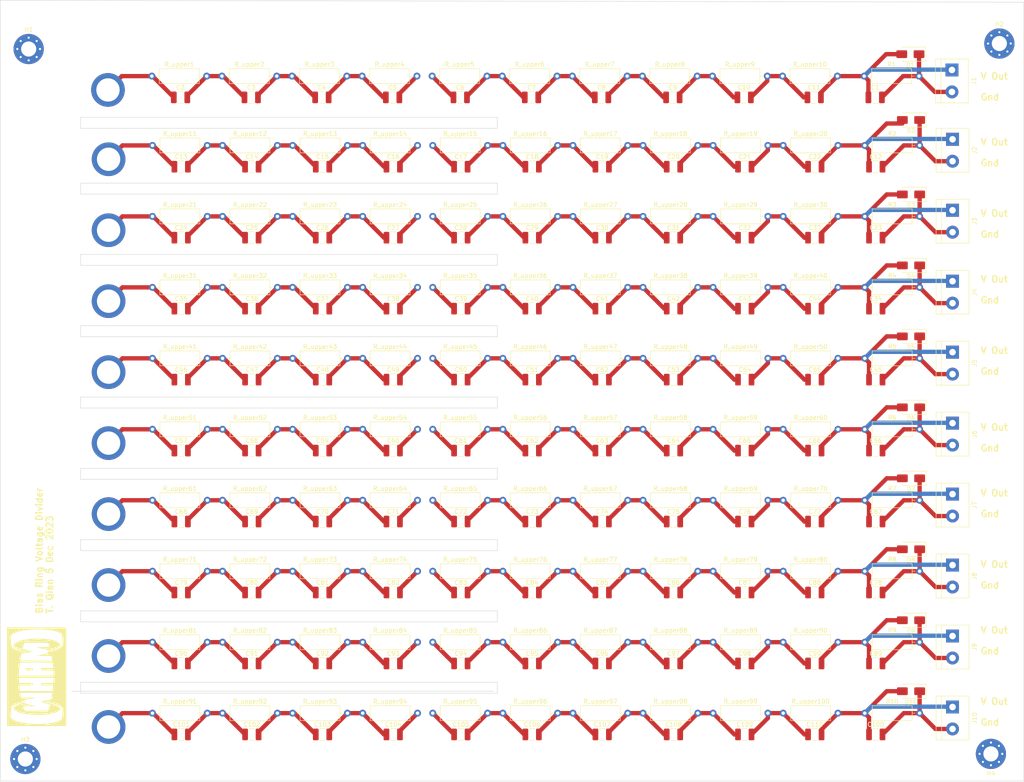
<source format=kicad_pcb>
(kicad_pcb (version 20221018) (generator pcbnew)

  (general
    (thickness 1.6)
  )

  (paper "A2")
  (layers
    (0 "F.Cu" signal)
    (31 "B.Cu" signal)
    (32 "B.Adhes" user "B.Adhesive")
    (33 "F.Adhes" user "F.Adhesive")
    (34 "B.Paste" user)
    (35 "F.Paste" user)
    (36 "B.SilkS" user "B.Silkscreen")
    (37 "F.SilkS" user "F.Silkscreen")
    (38 "B.Mask" user)
    (39 "F.Mask" user)
    (40 "Dwgs.User" user "User.Drawings")
    (41 "Cmts.User" user "User.Comments")
    (42 "Eco1.User" user "User.Eco1")
    (43 "Eco2.User" user "User.Eco2")
    (44 "Edge.Cuts" user)
    (45 "Margin" user)
    (46 "B.CrtYd" user "B.Courtyard")
    (47 "F.CrtYd" user "F.Courtyard")
    (48 "B.Fab" user)
    (49 "F.Fab" user)
    (50 "User.1" user)
    (51 "User.2" user)
    (52 "User.3" user)
    (53 "User.4" user)
    (54 "User.5" user)
    (55 "User.6" user)
    (56 "User.7" user)
    (57 "User.8" user)
    (58 "User.9" user)
  )

  (setup
    (pad_to_mask_clearance 0)
    (pcbplotparams
      (layerselection 0x00010fc_ffffffff)
      (plot_on_all_layers_selection 0x0000000_00000000)
      (disableapertmacros false)
      (usegerberextensions false)
      (usegerberattributes true)
      (usegerberadvancedattributes true)
      (creategerberjobfile true)
      (dashed_line_dash_ratio 12.000000)
      (dashed_line_gap_ratio 3.000000)
      (svgprecision 4)
      (plotframeref false)
      (viasonmask false)
      (mode 1)
      (useauxorigin false)
      (hpglpennumber 1)
      (hpglpenspeed 20)
      (hpglpendiameter 15.000000)
      (dxfpolygonmode true)
      (dxfimperialunits true)
      (dxfusepcbnewfont true)
      (psnegative false)
      (psa4output false)
      (plotreference true)
      (plotvalue true)
      (plotinvisibletext false)
      (sketchpadsonfab false)
      (subtractmaskfromsilk false)
      (outputformat 1)
      (mirror false)
      (drillshape 1)
      (scaleselection 1)
      (outputdirectory "")
    )
  )

  (net 0 "")
  (net 1 "V_out")
  (net 2 "Earth")
  (net 3 "V_in")
  (net 4 "Net-(C13-Pad2)")
  (net 5 "Net-(C14-Pad2)")
  (net 6 "Net-(C15-Pad2)")
  (net 7 "Net-(C16-Pad2)")
  (net 8 "Net-(C17-Pad2)")
  (net 9 "Net-(C18-Pad2)")
  (net 10 "Net-(C19-Pad2)")
  (net 11 "Net-(C20-Pad2)")
  (net 12 "Net-(C21-Pad2)")
  (net 13 "Net-(C24-Pad2)")
  (net 14 "Net-(C25-Pad2)")
  (net 15 "Net-(C26-Pad2)")
  (net 16 "Net-(C27-Pad2)")
  (net 17 "Net-(C28-Pad2)")
  (net 18 "Net-(C29-Pad2)")
  (net 19 "Net-(C30-Pad2)")
  (net 20 "Net-(C31-Pad2)")
  (net 21 "Net-(C32-Pad2)")
  (net 22 "Net-(C35-Pad2)")
  (net 23 "Net-(C36-Pad2)")
  (net 24 "Net-(C37-Pad2)")
  (net 25 "Net-(C38-Pad2)")
  (net 26 "Net-(C39-Pad2)")
  (net 27 "Net-(C40-Pad2)")
  (net 28 "Net-(C41-Pad2)")
  (net 29 "Net-(C42-Pad2)")
  (net 30 "Net-(C43-Pad2)")
  (net 31 "Net-(C46-Pad2)")
  (net 32 "Net-(C47-Pad2)")
  (net 33 "Net-(C48-Pad2)")
  (net 34 "Net-(C49-Pad2)")
  (net 35 "Net-(C50-Pad2)")
  (net 36 "Net-(C51-Pad2)")
  (net 37 "Net-(C52-Pad2)")
  (net 38 "Net-(C53-Pad2)")
  (net 39 "Net-(C54-Pad2)")
  (net 40 "Net-(C57-Pad2)")
  (net 41 "Net-(C58-Pad2)")
  (net 42 "Net-(C59-Pad2)")
  (net 43 "Net-(C60-Pad2)")
  (net 44 "Net-(C61-Pad2)")
  (net 45 "Net-(C62-Pad2)")
  (net 46 "Net-(C63-Pad2)")
  (net 47 "Net-(C64-Pad2)")
  (net 48 "Net-(C65-Pad2)")
  (net 49 "Net-(C68-Pad2)")
  (net 50 "Net-(C69-Pad2)")
  (net 51 "Net-(C70-Pad2)")
  (net 52 "Net-(C71-Pad2)")
  (net 53 "Net-(C72-Pad2)")
  (net 54 "Net-(C73-Pad2)")
  (net 55 "Net-(C74-Pad2)")
  (net 56 "Net-(C75-Pad2)")
  (net 57 "Net-(C76-Pad2)")
  (net 58 "Net-(C79-Pad2)")
  (net 59 "Net-(C80-Pad2)")
  (net 60 "Net-(C81-Pad2)")
  (net 61 "Net-(C82-Pad2)")
  (net 62 "Net-(C83-Pad2)")
  (net 63 "Net-(C84-Pad2)")
  (net 64 "Net-(C85-Pad2)")
  (net 65 "Net-(C86-Pad2)")
  (net 66 "Net-(C87-Pad2)")
  (net 67 "Net-(C90-Pad2)")
  (net 68 "Net-(C91-Pad2)")
  (net 69 "Net-(C92-Pad2)")
  (net 70 "Net-(C93-Pad2)")
  (net 71 "Net-(C94-Pad2)")
  (net 72 "Net-(C95-Pad2)")
  (net 73 "Net-(C96-Pad2)")
  (net 74 "Net-(C97-Pad2)")
  (net 75 "Net-(C98-Pad2)")
  (net 76 "Net-(C101-Pad2)")
  (net 77 "Net-(C102-Pad2)")
  (net 78 "Net-(C103-Pad2)")
  (net 79 "Net-(C104-Pad2)")
  (net 80 "Net-(C105-Pad2)")
  (net 81 "Net-(C106-Pad2)")
  (net 82 "Net-(C107-Pad2)")
  (net 83 "Net-(C108-Pad2)")
  (net 84 "Net-(C109-Pad2)")
  (net 85 "Net-(C2-Pad2)")
  (net 86 "Net-(C3-Pad2)")
  (net 87 "Net-(C4-Pad2)")
  (net 88 "Net-(C5-Pad2)")
  (net 89 "Net-(C6-Pad2)")
  (net 90 "Net-(C7-Pad2)")
  (net 91 "Net-(C8-Pad2)")
  (net 92 "Net-(C10-Pad1)")
  (net 93 "Net-(C10-Pad2)")

  (footprint "Capacitor_SMD:C_1210_3225Metric_Pad1.33x2.70mm_HandSolder" (layer "F.Cu") (at 147.753615 62.23))

  (footprint "Resistor_THT:R_Axial_DIN0309_L9.0mm_D3.2mm_P12.70mm_Horizontal" (layer "F.Cu") (at 124.742223 188.773328))

  (footprint "Resistor_THT:R_Axial_DIN0309_L9.0mm_D3.2mm_P12.70mm_Horizontal" (layer "F.Cu") (at 157.197777 139.471664))

  (footprint "MountingHole:My_Mount_Pad" (layer "F.Cu") (at 49.671115 159.106664))

  (footprint "Capacitor_SMD:C_1210_3225Metric_Pad1.33x2.70mm_HandSolder" (layer "F.Cu") (at 147.753615 78.663888))

  (footprint "Resistor_THT:R_Axial_DIN0309_L9.0mm_D3.2mm_P12.70mm_Horizontal" (layer "F.Cu") (at 59.831115 139.471664))

  (footprint "TerminalBlock:TerminalBlock_bornier-2_P5.08mm" (layer "F.Cu") (at 245.11 138.04944 -90))

  (footprint "Capacitor_SMD:C_1210_3225Metric_Pad1.33x2.70mm_HandSolder" (layer "F.Cu") (at 213.208615 95.097776))

  (footprint "MountingHole:My_Mount_Pad" (layer "F.Cu") (at 49.671115 191.97444))

  (footprint "Capacitor_SMD:C_1210_3225Metric_Pad1.33x2.70mm_HandSolder" (layer "F.Cu") (at 66.473615 111.531664))

  (footprint "Capacitor_SMD:C_1210_3225Metric_Pad1.33x2.70mm_HandSolder" (layer "F.Cu") (at 227.33 111.531664))

  (footprint "Capacitor_SMD:C_1210_3225Metric_Pad1.33x2.70mm_HandSolder" (layer "F.Cu") (at 131.243615 144.39944))

  (footprint "Capacitor_SMD:C_1210_3225Metric_Pad1.33x2.70mm_HandSolder" (layer "F.Cu") (at 82.842503 127.965552))

  (footprint "Resistor_THT:R_Axial_DIN0309_L9.0mm_D3.2mm_P12.70mm_Horizontal" (layer "F.Cu") (at 189.653331 73.736112))

  (footprint "Capacitor_SMD:C_1210_3225Metric_Pad1.33x2.70mm_HandSolder" (layer "F.Cu") (at 66.473615 62.23))

  (footprint "Capacitor_SMD:C_1210_3225Metric_Pad1.33x2.70mm_HandSolder" (layer "F.Cu") (at 227.33 144.39944))

  (footprint "MountingHole:My_Mount_Pad" (layer "F.Cu") (at 49.671115 142.672776))

  (footprint "TerminalBlock:TerminalBlock_bornier-2_P5.08mm" (layer "F.Cu") (at 245.11 55.88 -90))

  (footprint "Resistor_THT:R_Axial_DIN0309_L9.0mm_D3.2mm_P12.70mm_Horizontal" (layer "F.Cu") (at 224.79 90.17))

  (footprint "Resistor_THT:R_Axial_DIN0309_L9.0mm_D3.2mm_P12.70mm_Horizontal" (layer "F.Cu") (at 157.197777 123.037776))

  (footprint "Resistor_THT:R_Axial_DIN0309_L9.0mm_D3.2mm_P12.70mm_Horizontal" (layer "F.Cu") (at 76.058892 139.471664))

  (footprint "Capacitor_SMD:C_1210_3225Metric_Pad1.33x2.70mm_HandSolder" (layer "F.Cu") (at 196.85 46.176664))

  (footprint "Capacitor_SMD:C_1210_3225Metric_Pad1.33x2.70mm_HandSolder" (layer "F.Cu") (at 196.991115 95.097776))

  (footprint "Capacitor_SMD:C_1210_3225Metric_Pad1.33x2.70mm_HandSolder" (layer "F.Cu") (at 99.211391 95.097776))

  (footprint "Resistor_THT:R_Axial_DIN0309_L9.0mm_D3.2mm_P12.70mm_Horizontal" (layer "F.Cu") (at 189.653331 57.302224))

  (footprint "Capacitor_SMD:C_1210_3225Metric_Pad1.33x2.70mm_HandSolder" (layer "F.Cu") (at 213.208615 144.39944))

  (footprint "Resistor_THT:R_Axial_DIN0309_L9.0mm_D3.2mm_P12.70mm_Horizontal" (layer "F.Cu") (at 189.653331 172.33944))

  (footprint "Resistor_THT:R_Axial_DIN0309_L9.0mm_D3.2mm_P12.70mm_Horizontal" (layer "F.Cu") (at 92.286669 106.603888))

  (footprint "Resistor_THT:R_Axial_DIN0309_L9.0mm_D3.2mm_P12.70mm_Horizontal" (layer "F.Cu") (at 157.197777 172.33944))

  (footprint "Capacitor_SMD:C_1210_3225Metric_Pad1.33x2.70mm_HandSolder" (layer "F.Cu") (at 163.971115 78.663888))

  (footprint "Capacitor_SMD:C_1210_3225Metric_Pad1.33x2.70mm_HandSolder" (layer "F.Cu") (at 196.991115 177.267216))

  (footprint "Capacitor_SMD:C_1210_3225Metric_Pad1.33x2.70mm_HandSolder" (layer "F.Cu") (at 99.211391 193.701104))

  (footprint "MountingHole:My_Mount_Pad" (layer "F.Cu") (at 49.671115 175.540552))

  (footprint "MountingHole:MountingHole_3.5mm_Pad_Via" (layer "F.Cu") (at 255.953845 33.703845))

  (footprint "Resistor_THT:R_Axial_DIN0309_L9.0mm_D3.2mm_P12.70mm_Horizontal" (layer "F.Cu") (at 140.97 188.773328))

  (footprint "Capacitor_SMD:C_1210_3225Metric_Pad1.33x2.70mm_HandSolder" (layer "F.Cu") (at 163.971115 144.39944))

  (footprint "Capacitor_SMD:C_1210_3225Metric_Pad1.33x2.70mm_HandSolder" (layer "F.Cu") (at 147.753615 127.965552))

  (footprint "Capacitor_SMD:C_1210_3225Metric_Pad1.33x2.70mm_HandSolder" (layer "F.Cu") (at 163.971115 127.965552))

  (footprint "Resistor_THT:R_Axial_DIN0309_L9.0mm_D3.2mm_P12.70mm_Horizontal" (layer "F.Cu") (at 108.514446 155.905552))

  (footprint "Capacitor_SMD:C_1210_3225Metric_Pad1.33x2.70mm_HandSolder" (layer "F.Cu") (at 180.34 46.176664))

  (footprint "Capacitor_SMD:C_1210_3225Metric_Pad1.33x2.70mm_HandSolder" (layer "F.Cu") (at 66.473615 144.39944))

  (footprint "Capacitor_SMD:C_1210_3225Metric_Pad1.33x2.70mm_HandSolder" (layer "F.Cu") (at 99.211391 177.267216))

  (footprint "Capacitor_SMD:C_1210_3225Metric_Pad1.33x2.70mm_HandSolder" (layer "F.Cu") (at 99.211391 127.965552))

  (footprint "Resistor_THT:R_Axial_DIN0309_L9.0mm_D3.2mm_P12.70mm_Horizontal" (layer "F.Cu") (at 59.831115 90.17))

  (footprint "Capacitor_SMD:C_1210_3225Metric_Pad1.33x2.70mm_HandSolder" (layer "F.Cu") (at 115.580279 127.965552))

  (footprint "Resistor_THT:R_Axial_DIN0309_L9.0mm_D3.2mm_P12.70mm_Horizontal" (layer "F.Cu") (at 173.425554 188.773328))

  (footprint "Diode_SMD:D_SMA" (layer "F.Cu") (at 235.49 167.25944 180))

  (footprint "Capacitor_SMD:C_1210_3225Metric_Pad1.33x2.70mm_HandSolder" (layer "F.Cu") (at 99.211391 62.23))

  (footprint "MountingHole:My_Mount_Pad" (layer "F.Cu") (at 49.53 44.45))

  (footprint "Capacitor_SMD:C_1210_3225Metric_Pad1.33x2.70mm_HandSolder" (layer "F.Cu") (at 213.208615 177.267216))

  (footprint "Resistor_THT:R_Axial_DIN0309_L9.0mm_D3.2mm_P12.70mm_Horizontal" (layer "F.Cu") (at 205.881115 123.037776))

  (footprint "Resistor_THT:R_Axial_DIN0309_L9.0mm_D3.2mm_P12.70mm_Horizontal" (layer "F.Cu") (at 157.197777 73.736112))

  (footprint "Resistor_THT:R_Axial_DIN0309_L9.0mm_D3.2mm_P12.70mm_Horizontal" (layer "F.Cu") (at 173.425554 73.736112))

  (footprint "Capacitor_SMD:C_1210_3225Metric_Pad1.33x2.70mm_HandSolder" (layer "F.Cu")
    (tstamp 36ff8fed-f117-467a-a499-0b16cebfb3e7)
    (at 131.243615 111.531664)
    (descr "Capacitor SMD 1210 (3225 Metric), square (rectangular) end terminal, IPC_7351 nominal with elongated pad for handsoldering. (Body size source: IPC-SM-782 page 76, https://www.pcb-3d.com/wordpress/wp-content/uploads/ipc-sm-782a_amendment_1_and_2.pdf), generated with kicad-footprint-generator")
    (tags "capacitor handsolder")
    (property "Sheetfile" "/Users/tqian/Documents/Fusion/WHAM/Wham-Experiment/Wham-Bias/Bias Voltage Divider/Bias-VD-v2/Bias-VD-v2.kicad_sch")
    (property "Sheetname" "single_divider4")
    (property "ki_description" "Unpolarized capacitor")
    (property "ki_keywords" "cap capacitor")
    (path "/d73a8fa6-a3ad-4abc-98a8-657a82b2fe16/d2884e19-3aab-4bf0-a387-9eddbf0e8014")
    (attr smd)
    (fp_text reference "C50" (at 0 -2.3) (layer "F.SilkS")
        (effects (font (size 1 1) (thickness 0.15)))
      (tstamp bc6ec465-c27f-4d6f-95e4-40118dd52772)
    )
    (fp_text value "100 pF" (at 0 2.3) (layer "F.Fab")
        (effects (font (size 1 1) (thickness 0.15)))
      (tstamp b33840d1-934c-440a-8095-e48eb7fa96d3)
    )
    (fp_text user "${REFERENCE}" (at 0 0) (layer "F.Fab")
        (effects (font (size 0.8 0.8) (thickness 0.12)))
      (tstamp 101be1b1-fb48-4c18-a1a4-af6339f75b1b)
    )
    (fp_line (start -0.711252 -1.36) (end 0.711252 -1.36)
      (stroke (width 0.12) (type solid)) (layer "F.SilkS") (tstamp a6b8f188-8c0a-4889-a148-f7778f5d9a67))
    (fp_line (start -0.711252 1.36) (end 0.711252 1.36)
      (stroke (width 0.12) (type solid)) (layer "F.SilkS") (tstamp df903351-9857-40ff-a9ec-66c10a3af6c5))
    (fp_line (start -2.48 -1.6) (end 2.48 -1.6)
      (stroke (width 0.05) (type solid)) (layer "F.CrtYd") (tstamp a222d1a7-c727-433e-bed3-1d53759f6ec4))
    (fp_line (start -2.48 1.6) (end -2.48 -1.6)
      (stroke (width 0.05) (type solid)) (layer "F.CrtYd") (tstamp 36576d62-ea0c-4322-9387-e6f9e86b85b7))
    (fp_line (start 2.48 -1.6) (end 2.48 1.6)
      (stroke (width 0.05) (type solid)) (layer "F.CrtYd") (tstamp 5af11e73-a38f-41b3-a99f-8cd976e0f5e3))
    (fp_line (start 2.48 1.6) (end -2.48 1.6)
      (stroke (width 0.05) (type solid)) (layer "F.CrtYd") (tstamp 525403a5-06b1-4f06-98d3-f0b25b399297))
    (fp_line (start -1.6 -1.25) (end 1.6 -1.2
... [908685 chars truncated]
</source>
